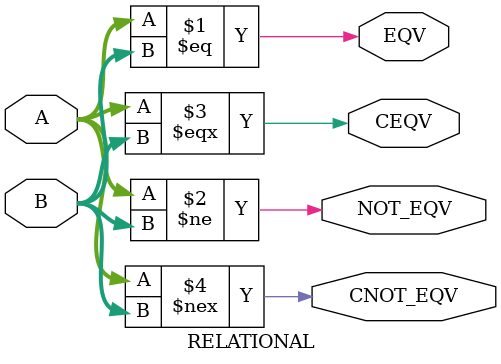
<source format=v>
module RELATIONAL(
	input [3:0]A,
	input [3:0]B,
	output EQV,
	output NOT_EQV,
	output CEQV,
	output CNOT_EQV
	);
	assign EQV=(A==B);
	assign NOT_EQV=(A!=B);
	assign CEQV=(A===B);
	assign CNOT_EQV=(A!==B);
endmodule
</source>
